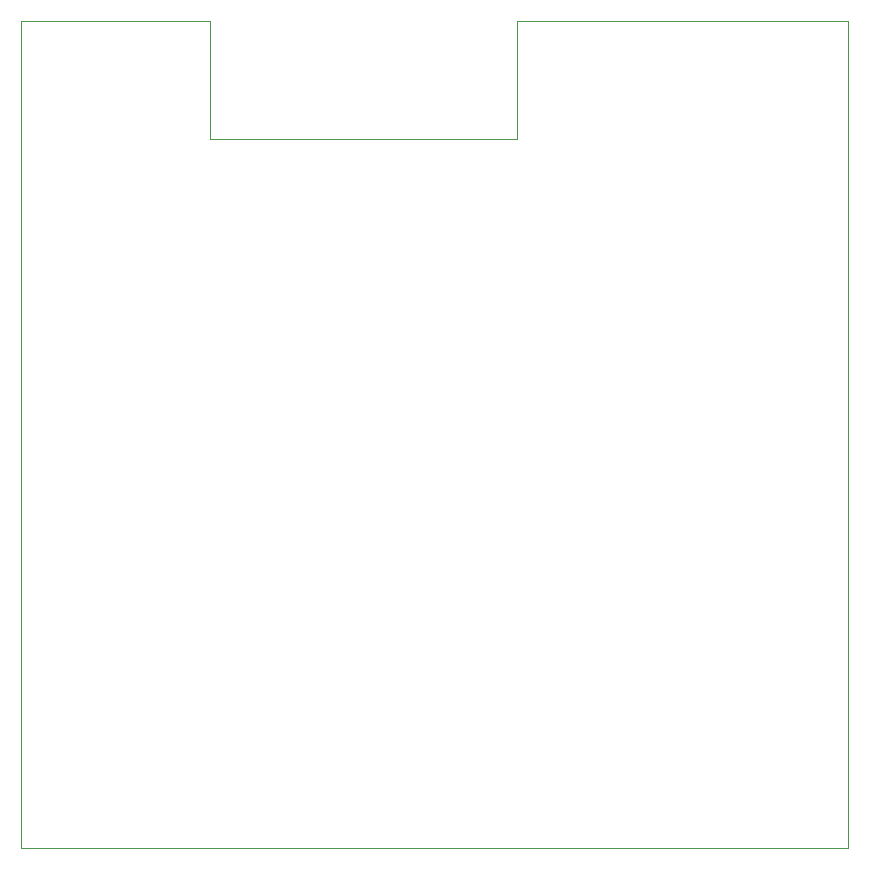
<source format=gbr>
%TF.GenerationSoftware,KiCad,Pcbnew,8.0.5*%
%TF.CreationDate,2024-10-07T23:19:43+02:00*%
%TF.ProjectId,D1 Breadboard,44312042-7265-4616-9462-6f6172642e6b,rev?*%
%TF.SameCoordinates,Original*%
%TF.FileFunction,Profile,NP*%
%FSLAX46Y46*%
G04 Gerber Fmt 4.6, Leading zero omitted, Abs format (unit mm)*
G04 Created by KiCad (PCBNEW 8.0.5) date 2024-10-07 23:19:43*
%MOMM*%
%LPD*%
G01*
G04 APERTURE LIST*
%TA.AperFunction,Profile*%
%ADD10C,0.050000*%
%TD*%
G04 APERTURE END LIST*
D10*
X28000000Y-22000000D02*
X54000000Y-22000000D01*
X54000000Y-12000000D01*
X82000000Y-12000000D01*
X82000000Y-82000000D01*
X12000000Y-82000000D01*
X12000000Y-12000000D01*
X28000000Y-12000000D01*
X28000000Y-22000000D01*
M02*

</source>
